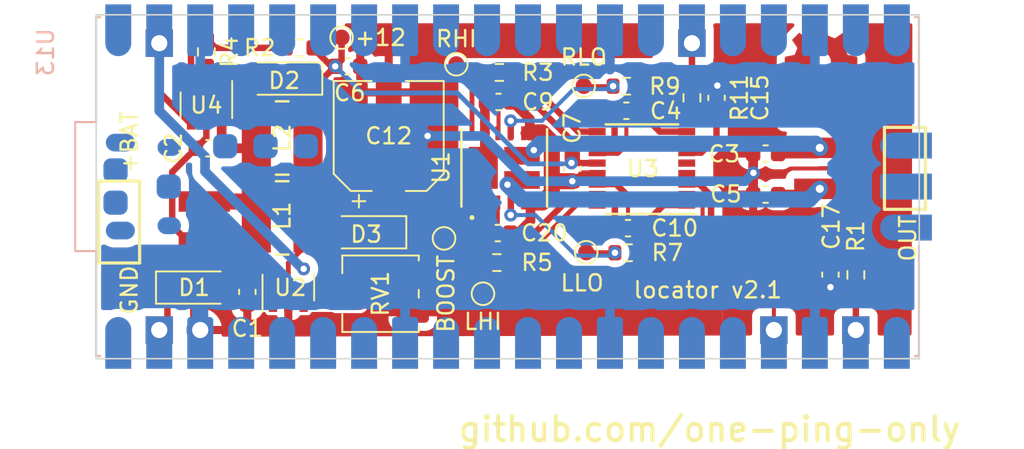
<source format=kicad_pcb>
(kicad_pcb (version 20221018) (generator pcbnew)
  (layers (0 "F.Cu" signal) (31 "B.Cu" signal) (34 "B.Paste" user) (35 "F.Paste" user) (36 "B.SilkS" user "B.Silkscreen") (37 "F.SilkS" user "F.Silkscreen") (38 "B.Mask" user) (39 "F.Mask" user) (44 "Edge.Cuts" user))
  (net 0 "")
  (net 1 "+12V")
  (net 2 "GND")
  (net 3 "+BATT")
  (net 4 "Net-(U3-AHB)")
  (net 5 "/amplifier/OUT_B")
  (net 6 "Net-(D3-A)")
  (net 7 "/amplifier/SIG_IN")
  (net 8 "/amplifier/L_LO")
  (net 9 "/amplifier/L_HI")
  (net 10 "/amplifier/R_HI")
  (net 11 "/amplifier/R_LO")
  (net 12 "/amplifier/~{SIG_IN}")
  (net 33 "Net-(U3-BHB)")
  (net 34 "Net-(U3-APWM)")
  (net 35 "Net-(U3-BPWM)")
  (net 41 "/amplifier/OUT_A")
  (net 42 "/amplifier/EN")
  (net 43 "Net-(D1-K)")
  (net 44 "Net-(U2-FB)")
  (net 45 "/power/EN")
  (net 47 "Net-(U3-AHO)")
  (net 48 "Net-(U3-BHO)")
  (net 49 "Net-(U3-BLO)")
  (net 50 "Net-(U3-ALO)")
  (net 55 "V_{boost}")
  (net 56 "Net-(D2-A)")
  (net 57 "Net-(U4-FB)")
  (footprint "TestPoint:TestPoint_Pad_D1.0mm" (layer "F.Cu") (at 140.081 70.866 180)
    (fp_text reference "TP7" hide)
    (fp_text value "RHI")
  )
  (footprint "TestPoint:TestPoint_Pad_D1.0mm" (layer "F.Cu") (at 148.1328 82.5217)
    (fp_text reference "TP4" hide)
    (fp_text value "LLO")
  )
  (footprint "Resistor_SMD:R_0603_1608Metric" (layer "F.Cu") (at 124.587 70.104 -90)
    (fp_text reference "R4")
    (fp_text value "5k")
  )
  (footprint "Capacitor_SMD:C_0603_1608Metric" (layer "F.Cu") (at 147.2692 77.3401 -90)
    (fp_text reference "C7")
    (fp_text value "10u")
  )
  (footprint "Package_SO:TSOP-5_1.65x3.05mm_P0.95mm" (layer "F.Cu") (at 129.667 84.709 90)
    (fp_text reference "U2")
    (fp_text value "MIC2288")
  )
  (footprint "Resistor_SMD:R_0603_1608Metric" (layer "F.Cu") (at 142.748 71.374)
    (fp_text reference "R3")
    (fp_text value "2k")
  )
  (footprint "Capacitor_SMD:C_0603_1608Metric" (layer "F.Cu") (at 163.2712 83.9086 -90)
    (fp_text reference "C17")
    (fp_text value "1.5n")
  )
  (footprint "Resistor_SMD:R_0603_1608Metric" (layer "F.Cu") (at 164.846 83.9216 -90)
    (fp_text reference "R1")
    (fp_text value "2k")
  )
  (footprint "TestPoint:TestPoint_Pad_D1.0mm" (layer "F.Cu") (at 141.732 85.09)
    (fp_text reference "TP2" hide)
    (fp_text value "LHI")
  )
  (footprint "Potentiometer_SMD:Potentiometer_Bourns_3314J_Vertical" (layer "F.Cu") (at 135.382 85.09 -90)
    (fp_text reference "RV1")
    (fp_text value "100k")
  )
  (footprint "Capacitor_SMD:C_0603_1608Metric" (layer "F.Cu") (at 124.714 76.073 180)
    (fp_text reference "C2")
    (fp_text value "C")
  )
  (footprint "Capacitor_SMD:C_0603_1608Metric" (layer "F.Cu") (at 133.35 70.993)
    (fp_text reference "C6")
    (fp_text value "10u")
  )
  (footprint "Capacitor_SMD:C_0603_1608Metric" (layer "F.Cu") (at 150.622 73.7494 180)
    (fp_text reference "C4")
    (fp_text value "10u")
  )
  (footprint "custom:V-DFN5045-12_DIO" (layer "F.Cu") (at 143.0528 77.2893 90)
    (fp_text reference "U1")
    (fp_text value "DMHT6016LFJ-13" hide)
  )
  (footprint "Capacitor_SMD:C_0603_1608Metric" (layer "F.Cu") (at 159.2548 76.4032 180)
    (fp_text reference "C3")
    (fp_text value "220n")
  )
  (footprint "Diode_SMD:D_SOD-123" (layer "F.Cu") (at 129.413 71.755 180)
    (fp_text reference "D2")
    (fp_text value "DSS16U")
  )
  (footprint "Package_SO:TSOP-5_1.65x3.05mm_P0.95mm" (layer "F.Cu") (at 124.587 73.406 -90)
    (fp_text reference "U4")
    (fp_text value "MIC2288")
  )
  (footprint "Capacitor_SMD:C_0603_1608Metric" (layer "F.Cu") (at 159.2548 78.9432 180)
    (fp_text reference "C5")
    (fp_text value "220n")
  )
  (footprint "Resistor_SMD:R_0603_1608Metric" (layer "F.Cu") (at 150.7358 82.55)
    (fp_text reference "R7")
    (fp_text value "2k")
  )
  (footprint "Symbol:OSHW-Logo_5.7x6mm_Copper" (layer "F.Cu") (at 162.687 71.501)
    (fp_text reference "J4" hide)
    (fp_text value "OSHW logo" hide)
  )
  (footprint "Connector_PinHeader_2.54mm:PinHeader_1x01_P2.54mm_Vertical" (layer "F.Cu") (at 154.686 69.56)
    (fp_text reference "J8" hide)
    (fp_text value "Conn_01x01" hide)
  )
  (footprint "Connector_PinHeader_2.54mm:PinHeader_1x01_P2.54mm_Vertical" (layer "F.Cu") (at 121.666 69.56 180)
    (fp_text reference "J6" hide)
    (fp_text value "Conn_01x01" hide)
  )
  (footprint "Connector_PinHeader_2.54mm:PinHeader_1x02_P2.54mm_Vertical" (layer "F.Cu") (at 121.666 87.34 90)
    (fp_text reference "J5" hide)
    (fp_text value "Conn_01x02" hide)
  )
  (footprint "Capacitor_SMD:CP_Elec_6.3x7.7" (layer "F.Cu") (at 135.89 75.311 90)
    (fp_text reference "C12")
    (fp_text value "C")
  )
  (footprint "Resistor_SMD:R_0603_1608Metric" (layer "F.Cu") (at 150.622 72.2254)
    (fp_text reference "R9")
    (fp_text value "2k")
  )
  (footprint "custom:IND_357100_WRE" (layer "F.Cu") (at 129.286 75.438)
    (fp_text reference "L2")
    (fp_text value "10u")
  )
  (footprint "Resistor_SMD:R_0603_1608Metric" (layer "F.Cu") (at 154.686 72.9488 90)
    (fp_text reference "R11")
    (fp_text value "2k")
  )
  (footprint "Capacitor_SMD:C_0603_1608Metric" (layer "F.Cu") (at 127.127 84.976 -90)
    (fp_text reference "C1")
    (fp_text value "C")
  )
  (footprint "TestPoint:TestPoint_Pad_D1.0mm" (layer "F.Cu") (at 132.969 69.215)
    (fp_text reference "+12")
    (fp_text value "+12" hide)
  )
  (footprint "Connector_PinHeader_2.54mm:PinHeader_1x01_P2.54mm_Vertical" (layer "F.Cu") (at 159.766 87.34)
    (fp_text reference "J3" hide)
    (fp_text value "Conn_01x01" hide)
  )
  (footprint "TestPoint:TestPoint_Pad_D1.0mm" (layer "F.Cu") (at 139.319 81.661)
    (fp_text reference "TP1" hide)
    (fp_text value "BOOST")
  )
  (footprint "Capacitor_SMD:C_0603_1608Metric" (layer "F.Cu") (at 150.7236 81.026 180)
    (fp_text reference "C10")
    (fp_text value "10u")
  )
  (footprint "Capacitor_SMD:C_0603_1608Metric" (layer "F.Cu") (at 142.652801 81.3308)
    (fp_text reference "C20")
    (fp_text value "10u" hide)
  )
  (footprint "custom:SAMTEC_TSM-102-01-L-SH" (layer "F.Cu") (at 167.8908 77.3176 -90)
    (fp_text reference "J1" hide)
    (fp_text value "Conn_01x02")
  )
  (footprint "Capacitor_SMD:C_0603_1608Metric" (layer "F.Cu") (at 156.21 72.9488 90)
    (fp_text reference "C15")
    (fp_text value "1.5n")
  )
  (footprint "Resistor_SMD:R_0603_1608Metric" (layer "F.Cu") (at 142.5956 83.1596)
    (fp_text reference "R5")
    (fp_text value "2k")
  )
  (footprint "custom:IND_357100_WRE" (layer "F.Cu") (at 129.286 80.391)
    (fp_text reference "L1")
    (fp_text value "10u")
  )
  (footprint "Diode_SMD:D_SOD-123" (layer "F.Cu") (at 134.62 81.28 180)
    (fp_text reference "D3")
    (fp_text value "DSS16U")
  )
  (footprint "Diode_SMD:D_SOD-123" (layer "F.Cu") (at 123.825 84.709)
    (fp_text reference "D1")
    (fp_text value "DSS16U")
  )
  (footprint "Package_SO:TSSOP-16-1EP_4.4x5mm_P0.65mm" (layer "F.Cu") (at 151.5872 77.3176 180)
    (fp_text reference "U3")
    (fp_text value "MIC4606")
  )
  (footprint "TestPoint:TestPoint_Pad_D1.0mm" (layer "F.Cu") (at 147.9804 72.2093)
    (fp_text reference "TP6" hide)
    (fp_text value "RLO")
  )
  (footprint "Connector_PinHeader_2.54mm:PinHeader_1x01_P2.54mm_Vertical" (layer "F.Cu") (at 164.846 87.34)
    (fp_text reference "J7" hide)
    (fp_text value "Conn_01x01" hide)
  )
  (footprint "Capacitor_SMD:C_0603_1608Metric" (layer "F.Cu") (at 142.6972 73.2028)
    (fp_text reference "C9")
    (fp_text value "10u" hide)
  )
  (footprint "custom:SAMTEC_TSM-102-01-L-SH" (layer "F.Cu") (at 119.18 80.645 90)
    (fp_text reference "J2" hide)
    (fp_text value "Conn_01x02")
  )
  (footprint "Resistor_SMD:R_0603_1608Metric" (layer "F.Cu") (at 130.365 69.85 180)
    (fp_text reference "R2")
    (fp_text value "42.3k")
  )
  (footprint "custom:RPi_pico" (layer "B.Cu") (at 143.256 78.448 -90)
    (fp_text reference "U13")
    (fp_text value "Pico")
  )
  (gr_rect (start 117.7616 67.8) (end 168.778 89.116) (stroke (width 0.1)) (fill none) (layer "Edge.Cuts"))
  (gr_text "github.com/one-ping-only" (at 140.081 94.361) (layer "F.SilkS") (effects (font (size 1.5 1.5) (thickness 0.25) bold) (justify left bottom)))
  (gr_text "+BAT" (at 120.396 77.724 90) (layer "F.SilkS") (effects (font (size 1 1)) (justify left bottom)))
  (gr_text "OUT" (at 168.656 83.185 90) (layer "F.SilkS") (effects (font (size 1 1)) (justify left bottom)))
  (gr_text "GND" (at 120.396 86.487 90) (layer "F.SilkS") (effects (font (size 1 1)) (justify left bottom)))
  (gr_text "locator v2.1" (at 150.9776 85.4456) (layer "F.SilkS") (effects (font (size 1 1)) (justify left bottom)))
  (segment (start 132.575 70.993) (end 132.333 70.993) (width 0.4) (layer "F.Cu") (net 1))
  (segment (start 147.2692 76.9337) (end 147.2184 76.9845) (width 0.25) (layer "F.Cu") (net 1))
  (segment (start 132.969 70.599) (end 132.575 70.993) (width 0.4) (layer "F.Cu") (net 1))
  (segment (start 132.333 70.993) (end 131.19 69.85) (width 0.4) (layer "F.Cu") (net 1))
  (segment (start 147.6967 76.9926) (end 148.8122 76.9926) (width 0.4) (layer "F.Cu") (net 1))
  (segment (start 132.969 69.215) (end 132.969 70.599) (width 0.4) (layer "F.Cu") (net 1))
  (segment (start 147.2692 76.5651) (end 147.6967 76.9926) (width 0.4) (layer "F.Cu") (net 1))
  (segment (start 131.063 71.755) (end 131.813 71.755) (width 0.4) (layer "F.Cu") (net 1))
  (segment (start 131.813 71.755) (end 132.575 70.993) (width 0.4) (layer "F.Cu") (net 1))
  (segment (start 147.2692 76.5651) (end 147.2692 76.9337) (width 0.25) (layer "F.Cu") (net 1))
  (via (at 147.2184 76.9845) (size 0.8) (drill 0.4) (layers "F.Cu" "B.Cu") (net 1))
  (via (at 132.575 70.993) (size 0.8) (drill 0.4) (layers "F.Cu" "B.Cu") (net 1))
  (segment (start 140.136324 72.644) (end 134.239 72.644) (width 0.3) (layer "B.Cu") (net 1))
  (segment (start 134.239 72.644) (end 132.588 70.993) (width 0.3) (layer "B.Cu") (net 1))
  (segment (start 147.163101 77.039799) (end 144.532123 77.039799) (width 0.3) (layer "B.Cu") (net 1))
  (segment (start 147.188102 77.014798) (end 147.163101 77.039799) (width 0.3) (layer "B.Cu") (net 1))
  (segment (start 144.532123 77.039799) (end 140.136324 72.644) (width 0.3) (layer "B.Cu") (net 1))
  (segment (start 147.2184 76.9845) (end 147.188102 77.014798) (width 0.25) (layer "B.Cu") (net 1))
  (segment (start 132.588 70.993) (end 132.575 70.993) (width 0.25) (layer "B.Cu") (net 1))
  (segment (start 158.4798 77.5808) (end 158.496 77.597) (width 0.6) (layer "F.Cu") (net 2))
  (segment (start 144.6784 80.5688) (end 143.9164 81.3308) (width 0.6) (layer "F.Cu") (net 2))
  (segment (start 144.2528 75.143) (end 145.052801 75.143) (width 0.4) (layer "F.Cu") (net 2))
  (segment (start 144.6784 79.4356) (end 144.6784 80.5688) (width 0.6) (layer "F.Cu") (net 2))
  (segment (start 144.2528 79.4356) (end 145.052799 79.4356) (width 0.4) (layer "F.Cu") (net 2))
  (segment (start 145.396998 75.089798) (end 144.6276 75.089798) (width 1) (layer "F.Cu") (net 2))
  (segment (start 122.47 80.88) (end 123.505 81.915) (width 0.4) (layer "F.Cu") (net 2))
  (segment (start 148.8122 77.6426) (end 147.8716 77.6426) (width 0.4) (layer "F.Cu") (net 2))
  (segment (start 144.6276 74.2566) (end 143.4722 73.1012) (width 0.6) (layer "F.Cu") (net 2))
  (segment (start 158.4798 77.6132) (end 158.4798 78.9432) (width 0.6) (layer "F.Cu") (net 2))
  (segment (start 123.505 81.915) (end 124.46 81.915) (width 0.4) (layer "F.Cu") (net 2))
  (segment (start 145.9992 78.8429) (end 145.4065 79.4356) (width 1) (layer "F.Cu") (net 2))
  (segment (start 145.9992 75.692) (end 145.9992 78.8429) (width 1) (layer "F.Cu") (net 2))
  (segment (start 145.9992 75.692) (end 145.396998 75.089798) (width 1) (layer "F.Cu") (net 2))
  (segment (start 158.4798 76.4032) (end 158.4798 77.5808) (width 0.6) (layer "F.Cu") (net 2))
  (segment (start 124.206 87.34) (end 124.079 87.213) (width 1) (layer "F.Cu") (net 2))
  (segment (start 122.47 77.542) (end 122.47 80.88) (width 0.4) (layer "F.Cu") (net 2))
  (segment (start 124.079 82.296) (end 124.46 81.915) (width 1) (layer "F.Cu") (net 2))
  (segment (start 147.8716 77.6426) (end 147.4724 78.0418) (width 0.4) (layer "F.Cu") (net 2))
  (segment (start 145.4065 79.4356) (end 144.6784 79.4356) (width 1) (layer "F.Cu") (net 2))
  (segment (start 123.939 76.073) (end 122.47 77.542) (width 0.4) (layer "F.Cu") (net 2))
  (segment (start 158.496 77.597) (end 158.4798 77.6132) (width 0.6) (layer "F.Cu") (net 2))
  (segment (start 144.6276 75.143) (end 144.6276 74.2566) (width 0.6) (layer "F.Cu") (net 2))
  (segment (start 129.667 86.614) (end 129.667 85.869) (width 0.4) (layer "F.Cu") (net 2))
  (segment (start 124.079 87.213) (end 124.079 82.296) (width 1) (layer "F.Cu") (net 2))
  (segment (start 134.125 70.993) (end 134.272 70.993) (width 0.6) (layer "F.Cu") (net 2))
  (segment (start 147.2692 78.1151) (end 146.4694 78.1151) (width 1) (layer "F.Cu") (net 2))
  (segment (start 124.587 72.246) (end 124.587 75.425) (width 0.4) (layer "F.Cu") (net 2))
  (segment (start 124.587 75.425) (end 123.939 76.073) (width 0.4) (layer "F.Cu") (net 2))
  (segment (start 124.587 70.929) (end 124.587 72.246) (width 0.4) (layer "F.Cu") (net 2))
  (segment (start 143.9164 81.3308) (end 143.427801 81.3308) (width 0.6) (layer "F.Cu") (net 2))
  (via (at 147.2692 78.1151) (size 0.8) (drill 0.4) (layers "F.Cu" "B.Cu") (net 2))
  (via (at 158.496 77.597) (size 0.8) (drill 0.4) (layers "F.Cu" "B.Cu") (net 2))
  (via (at 138.303 75.311) (size 0.8) (drill 0.4) (layers "F.Cu" "B.Cu") (net 2))
  (via (at 156.2608 72.1868) (size 0.8) (drill 0.4) (layers "F.Cu" "B.Cu") (net 2))
  (via (at 163.2712 84.6836) (size 0.8) (drill 0.4) (layers "F.Cu" "B.Cu") (net 2))
  (segment (start 149.6 69.348) (end 149.606 69.342) (width 0.4) (layer "B.Cu") (net 2))
  (segment (start 147.2692 78.1151) (end 157.9779 78.1151) (width 0.6) (layer "B.Cu") (net 2))
  (segment (start 124.206 71.374) (end 124.206 69.342) (width 0.6) (layer "B.Cu") (net 2))
  (segment (start 136.906 87.122) (end 136.906 85.506) (width 0.6) (layer "B.Cu") (net 2))
  (segment (start 162.306 87.122) (end 162.306 85.598) (width 0.6) (layer "B.Cu") (net 2))
  (segment (start 149.6 71.194) (end 149.6 69.348) (width 0.6) (layer "B.Cu") (net 2))
  (segment (start 136.906 69.342) (end 136.906 71.2) (width 0.6) (layer "B.Cu") (net 2))
  (segment (start 149.606 85.406) (end 149.6 85.4) (width 0.6) (layer "B.Cu") (net 2))
  (segment (start 124.206 85.344) (end 124.206 87.122) (width 1) (layer "B.Cu") (net 2))
  (segment (start 149.606 71.2) (end 149.6 71.194) (width 0.6) (layer "B.Cu") (net 2))
  (segment (start 157.9779 78.1151) (end 158.496 77.597) (width 0.6) (layer "B.Cu") (net 2))
  (segment (start 147.2692 78.1151) (end 144.5361 78.1151) (width 0.6) (layer "B.Cu") (net 2))
  (segment (start 144.5361 78.1151) (end 141.732 75.311) (width 0.6) (layer "B.Cu") (net 2))
  (segment (start 149.606 87.122) (end 149.606 85.406) (width 0.6) (layer "B.Cu") (net 2))
  (segment (start 162.306 69.342) (end 162.306 71.2) (width 0.6) (layer "B.Cu") (net 2))
  (segment (start 141.732 75.311) (end 138.303 75.311) (width 0.6) (layer "B.Cu") (net 2))
  (segment (start 128.016 84.201) (end 128.668 83.549) (width 0.6) (layer "F.Cu") (net 3))
  (segment (start 125.537 76.025) (end 125.489 76.073) (width 0.6) (layer "F.Cu") (net 3))
  (segment (start 124.46 79.375) (end 126.6698 79.375) (width 1) (layer "F.Cu") (net 3))
  (segment (start 127.0508 76.073) (end 127.6858 75.438) (width 0.6) (layer "F.Cu") (net 3))
  (segment (start 128.668 83.549) (end 128.717 83.549) (width 0.6) (layer "F.Cu") (net 3))
  (segment (start 127.127 84.201) (end 128.016 84.201) (width 0.6) (layer "F.Cu") (net 3))
  (segment (start 128.717 83.549) (end 127.6858 82.5178) (width 0.6) (layer "F.Cu") (net 3))
  (segment (start 127.6858 82.5178) (end 127.6858 80.391) (width 0.6) (layer "F.Cu") (net 3))
  (segment (start 125.537 74.566) (end 125.537 76.025) (width 0.6) (layer "F.Cu") (net 3))
  (segment (start 127.6858 75.438) (end 127.6858 80.391) (width 1) (layer "F.Cu") (net 3))
  (segment (start 125.475 84.709) (end 125.983 84.201) (width 0.6) (layer "F.Cu") (net 3))
  (segment (start 126.6698 79.375) (end 127.6858 80.391) (width 1) (layer "F.Cu") (net 3))
  (segment (start 125.983 84.201) (end 127.127 84.201) (width 0.6) (layer "F.Cu") (net 3))
  (segment (start 125.489 76.073) (end 127.0508 76.073) (width 0.6) (layer "F.Cu") (net 3))
  (segment (start 152.6902 75.0426) (end 151.397 73.7494) (width 0.4) (layer "F.Cu") (net 4))
  (segment (start 154.5146 75.0426) (end 152.6902 75.0426) (width 0.4) (layer "F.Cu") (net 4))
  (segment (start 149.8646 75.6926) (end 149.8896 75.6676) (width 0.4) (layer "F.Cu") (net 5))
  (segment (start 143.962318 72.3278) (end 144.3222 72.687682) (width 0.4) (layer "F.Cu") (net 5))
  (segment (start 142.6972 72.5932) (end 142.9626 72.3278) (width 0.4) (layer "F.Cu") (net 5))
  (segment (start 142.9626 72.3278) (end 143.962318 72.3278) (width 0.4) (layer "F.Cu") (net 5))
  (segment (start 142.6972 75.098601) (end 142.652801 75.143) (width 0.25) (layer "F.Cu") (net 5))
  (segment (start 160.0298 76.4032) (end 162.4298 76.4032) (width 0.6) (layer "F.Cu") (net 5))
  (segment (start 149.8896 75.6676) (end 149.8896 73.792) (width 0.4) (layer "F.Cu") (net 5))
  (segment (start 147.3206 75.6926) (end 149.8646 75.6926) (width 0.4) (layer "F.Cu") (net 5))
  (segment (start 144.3222 72.6942) (end 147.3206 75.6926) (width 0.4) (layer "F.Cu") (net 5))
  (segment (start 144.3222 72.687682) (end 144.3222 72.6942) (width 0.4) (layer "F.Cu") (net 5))
  (segment (start 142.6972 72.5932) (end 142.6972 75.098601) (width 0.25) (layer "F.Cu") (net 5))
  (segment (start 149.8896 73.792) (end 149.847 73.7494) (width 0.4) (layer "F.Cu") (net 5))
  (via (at 144.884204 76.189798) (size 0.8) (drill 0.4) (layers "F.Cu" "B.Cu") (net 5))
  (via (at 162.6108 76.0476) (size 1) (drill 0.5) (layers "F.Cu" "B.Cu") (net 5))
  (segment (start 162.6108 76.0476) (end 162.3568 75.7936) (width 1) (layer "B.Cu") (net 5))
  (segment (start 162.3568 75.7936) (end 145.280402 75.7936) (width 1) (layer "B.Cu") (net 5))
  (segment (start 145.280402 75.7936) (end 144.884204 76.189798) (width 1) (layer "B.Cu") (net 5))
  (segment (start 129.667 83.194) (end 130.8862 81.9748) (width 0.3) (layer "F.Cu") (net 6))
  (segment (start 128.717 85.869) (end 128.717 85.278) (width 0.3) (layer "F.Cu") (net 6))
  (segment (start 128.717 85.278) (end 129.667 84.328) (width 0.3) (layer "F.Cu") (net 6))
  (segment (start 129.667 84.328) (end 129.667 83.194) (width 0.3) (layer "F.Cu") (net 6))
  (segment (start 132.97 81.28) (end 131.7752 81.28) (width 1) (layer "F.Cu") (net 6))
  (segment (start 131.7752 81.28) (end 130.8862 80.391) (width 1) (layer "F.Cu") (net 6))
  (segment (start 130.8862 81.9748) (end 130.8862 80.391) (width 0.3) (layer "F.Cu") (net 6))
  (segment (start 164.846 87.34) (end 164.846 84.7466) (width 0.4) (layer "F.Cu") (net 7))
  (segment (start 143.4592 80.2132) (end 143.452799 80.206799) (width 0.4) (layer "F.Cu") (net 8))
  (segment (start 149.8825 82.5217) (end 149.9108 82.55) (width 0.25) (layer "F.Cu") (net 8))
  (segment (start 148.1328 82.5217) (end 149.8825 82.5217) (width 0.25) (layer "F.Cu") (net 8))
  (segment (start 143.4592 79.1) (end 143.4592 80.2132) (width 0.4) (layer "F.Cu") (net 8))
  (via (at 149.9108 82.55) (size 0.8) (drill 0.4) (layers "F.Cu" "B.Cu") (net 8))
  (via (at 143.452799 80.2132) (size 0.8) (drill 0.4) (layers "F.Cu" "B.Cu") (net 8))
  (segment (start 144.9832 80.2132) (end 147.5007 82.7307) (width 0.25) (layer "B.Cu") (net 8))
  (segment (start 147.5007 82.7307) (end 149.7301 82.7307) (width 0.25) (layer "B.Cu") (net 8))
  (segment (start 149.7301 82.7307) (end 149.9108 82.55) (width 0.25) (layer "B.Cu") (net 8))
  (segment (start 143.4592 80.2132) (end 144.9832 80.2132) (width 0.25) (layer "B.Cu") (net 8))
  (segment (start 141.7706 85.0514) (end 141.732 85.09) (width 0.25) (layer "F.Cu") (net 9))
  (segment (start 141.052799 79.4356) (end 141.052799 82.441799) (width 0.3) (layer "F.Cu") (net 9))
  (segment (start 141.7706 83.1596) (end 141.7706 85.0514) (width 0.25) (layer "F.Cu") (net 9))
  (segment (start 141.7706 83.1596) (end 141.7706 83.312) (width 0.3) (layer "F.Cu") (net 9))
  (segment (start 141.052799 82.441799) (end 141.7706 83.1596) (width 0.3) (layer "F.Cu") (net 9))
  (segment (start 141.052801 72.244199) (end 141.052801 75.143) (width 0.3) (layer "F.Cu") (net 10))
  (segment (start 140.081 71.272398) (end 140.081 70.866) (width 0.25) (layer "F.Cu") (net 10))
  (segment (start 141.052801 72.244199) (end 140.081 71.272398) (width 0.25) (layer "F.Cu") (net 10))
  (segment (start 141.052801 72.244199) (end 141.923 71.374) (width 0.3) (layer "F.Cu") (net 10))
  (segment (start 143.452799 74.3712) (end 143.452799 75.4) (width 0.4) (layer "F.Cu") (net 11))
  (segment (start 147.9965 72.2254) (end 147.9804 72.2093) (width 0.25) (layer "F.Cu") (net 11))
  (segment (start 149.797 72.2254) (end 147.9965 72.2254) (width 0.25) (layer "F.Cu") (net 11))
  (via (at 149.797 72.2254) (size 0.8) (drill 0.4) (layers "F.Cu" "B.Cu") (net 11))
  (via (at 143.452799 74.3712) (size 0.8) (drill 0.4) (layers "F.Cu" "B.Cu") (net 11))
  (segment (start 149.6163 72.4061) (end 149.797 72.2254) (width 0.25) (layer "B.Cu") (net 11))
  (segment (start 143.4592 74.3712) (end 145.3896 74.3712) (width 0.25) (layer "B.Cu") (net 11))
  (segment (start 147.3547 72.4061) (end 149.6163 72.4061) (width 0.25) (layer "B.Cu") (net 11))
  (segment (start 145.3896 74.3712) (end 147.3547 72.4061) (width 0.25) (layer "B.Cu") (net 11))
  (segment (start 154.686 72.1238) (end 154.686 69.1896) (width 0.4) (layer "F.Cu") (net 12))
  (segment (start 151.4986 81.026) (end 152.932 79.5926) (width 0.4) (layer "F.Cu") (net 33))
  (segment (start 152.932 79.5926) (end 154.5146 79.5926) (width 0.4) (layer "F.Cu") (net 33))
  (segment (start 154.736 73.7238) (end 154.686 73.7738) (width 0.4) (layer "F.Cu") (net 34))
  (segment (start 156.21 75.3948) (end 155.2622 76.3426) (width 0.4) (layer "F.Cu") (net 34))
  (segment (start 156.21 73.7238) (end 156.21 75.3948) (width 0.4) (layer "F.Cu") (net 34))
  (segment (start 155.2622 76.3426) (end 154.3622 76.3426) (width 0.4) (layer "F.Cu") (net 34))
  (segment (start 156.21 73.7238) (end 154.736 73.7238) (width 0.4) (layer "F.Cu") (net 34))
  (segment (start 163.2712 83.1336) (end 158.3684 83.1336) (width 0.4) (layer "F.Cu") (net 35))
  (segment (start 155.1467 78.2926) (end 154.3622 78.2926) (width 0.4) (layer "F.Cu") (net 35))
  (segment (start 158.3684 83.1336) (end 155.8714 80.6366) (width 0.4) (layer "F.Cu") (net 35))
  (segment (start 155.8714 80.6366) (end 155.8714 79.0173) (width 0.4) (layer "F.Cu") (net 35))
  (segment (start 155.8714 79.0173) (end 155.1467 78.2926) (width 0.4) (layer "F.Cu") (net 35))
  (segment (start 164.846 83.0966) (end 163.3082 83.0966) (width 0.4) (layer "F.Cu") (net 35))
  (segment (start 163.3082 83.0966) (end 163.2712 83.1336) (width 0.4) (layer "F.Cu") (net 35))
  (segment (start 142.9004 82.2452) (end 144.018 82.2452) (width 0.4) (layer "F.Cu") (net 41))
  (segment (start 147.2981 78.9651) (end 149.806034 78.9651) (width 0.4) (layer "F.Cu") (net 41))
  (segment (start 142.652801 81.997601) (end 142.9004 82.2452) (width 0.4) (layer "F.Cu") (net 41))
  (segment (start 162.2552 78.9432) (end 160.0298 78.9432) (width 0.6) (layer "F.Cu") (net 41))
  (segment (start 162.6108 78.5876) (end 162.2552 78.9432) (width 0.6) (layer "F.Cu") (net 41))
  (segment (start 149.9108 79.069866) (end 149.9108 80.9882) (width 0.4) (layer "F.Cu") (net 41))
  (segment (start 144.018 82.2452) (end 147.2981 78.9651) (width 0.4) (layer "F.Cu") (net 41))
  (segment (start 142.652801 81.997601) (end 142.652801 79.4356) (width 0.25) (layer "F.Cu") (net 41))
  (segment (start 149.806034 78.9651) (end 149.9108 79.069866) (width 0.4) (layer "F.Cu") (net 41))
  (via (at 162.6108 78.5876) (size 1) (drill 0.5) (layers "F.Cu" "B.Cu") (net 41))
  (via (at 143.252802 78.327494) (size 0.8) (drill 0.4) (layers "F.Cu" "B.Cu") (net 41))
  (segment (start 161.9504 79.248) (end 144.173308 79.248) (width 1) (layer "B.Cu") (net 41))
  (segment (start 144.173308 79.248) (end 143.252802 78.327494) (width 1) (layer "B.Cu") (net 41))
  (segment (start 162.6108 78.5876) (end 161.9504 79.248) (width 1) (layer "B.Cu") (net 41))
  (segment (start 155.3464 79.234762) (end 155.054238 78.9426) (width 0.25) (layer "F.Cu") (net 42))
  (segment (start 159.766 87.34) (end 159.766 85.344) (width 0.25) (layer "F.Cu") (net 42))
  (segment (start 155.054238 78.9426) (end 154.3622 78.9426) (width 0.25) (layer "F.Cu") (net 42))
  (segment (start 155.3464 80.9244) (end 155.3464 79.234762) (width 0.25) (layer "F.Cu") (net 42))
  (segment (start 159.766 85.344) (end 155.3464 80.9244) (width 0.25) (layer "F.Cu") (net 42))
  (segment (start 122.175 87.121) (end 122.175 84.709) (width 0.4) (layer "F.Cu") (net 43))
  (segment (start 121.666 87.249) (end 122.047 87.249) (width 0.4) (layer "F.Cu") (net 43))
  (segment (start 122.047 87.249) (end 122.175 87.121) (width 0.4) (layer "F.Cu") (net 43))
  (segment (start 130.617 85.869) (end 132.603 85.869) (width 0.3) (layer "F.Cu") (net 44))
  (segment (start 132.603 85.869) (end 133.382 85.09) (width 0.3) (layer "F.Cu") (net 44))
  (segment (start 121.666 72.595) (end 121.666 69.56) (width 0.4) (layer "F.Cu") (net 45))
  (segment (start 123.637 74.566) (end 121.666 72.595) (width 0.4) (layer "F.Cu") (net 45))
  (via (at 130.617 83.549) (size 0.8) (drill 0.4) (layers "F.Cu" "B.Cu") (net 45))
  (segment (start 130.556 83.566) (end 124.506 77.516) (width 0.6) (layer "B.Cu") (net 45))
  (segment (start 124.506 77.516) (end 124.506 76.593431) (width 0.6) (layer "B.Cu") (net 45))
  (segment (start 130.617 83.549) (end 130.573 83.549) (width 0.6) (layer "B.Cu") (net 45))
  (segment (start 124.506 76.593431) (end 121.666 73.753431) (width 0.6) (layer "B.Cu") (net 45))
  (segment (start 130.573 83.549) (end 130.556 83.566) (width 0.6) (layer "B.Cu") (net 45))
  (segment (start 121.666 73.753431) (end 121.666 69.56) (width 0.6) (layer "B.Cu") (net 45))
  (segment (start 143.573 71.374) (end 143.5222 71.3232) (width 0.4) (layer "F.Cu") (net 47))
  (segment (start 143.9672 71.374) (end 147.6358 75.0426) (width 0.4) (layer "F.Cu") (net 47))
  (segment (start 148.4994 75.0426) (end 148.8122 75.0426) (width 0.4) (layer "F.Cu") (net 47))
  (segment (start 143.573 71.374) (end 143.9672 71.374) (width 0.4) (layer "F.Cu") (net 47))
  (segment (start 147.6358 75.0426) (end 148.4994 75.0426) (width 0.4) (layer "F.Cu") (net 47))
  (segment (start 148.9646 75.0426) (end 148.4994 75.0426) (width 0.4) (layer "F.Cu") (net 47))
  (segment (start 148.9093 79.5926) (end 148.9646 79.5926) (width 0.3) (layer "F.Cu") (net 48))
  (segment (start 143.4206 83.1596) (end 143.9672 83.1596) (width 0.3) (layer "F.Cu") (net 48))
  (segment (start 143.9672 83.1596) (end 147.5342 79.5926) (width 0.3) (layer "F.Cu") (net 48))
  (segment (start 147.5342 79.5926) (end 148.3695 79.5926) (width 0.3) (layer "F.Cu") (net 48))
  (segment (start 150.7236 81.7128) (end 151.5608 82.55) (width 0.25) (layer "F.Cu") (net 49))
  (segment (start 150.7236 79.034138) (end 150.7236 81.7128) (width 0.25) (layer "F.Cu") (net 49))
  (segment (start 148.9646 78.2926) (end 149.982062 78.2926) (width 0.4) (layer "F.Cu") (net 49))
  (segment (start 149.982062 78.2926) (end 150.7236 79.034138) (width 0.4) (layer "F.Cu") (net 49))
  (segment (start 150.622 75.7936) (end 150.622 73.0504) (width 0.25) (layer "F.Cu") (net 50))
  (segment (start 150.622 73.0504) (end 151.447 72.2254) (width 0.25) (layer "F.Cu") (net 50))
  (segment (start 150.073 76.3426) (end 148.8122 76.3426) (width 0.4) (layer "F.Cu") (net 50))
  (segment (start 150.622 75.7936) (end 150.073 76.3426) (width 0.4) (layer "F.Cu") (net 50))
  (segment (start 141.8528 73.1706) (end 141.9222 73.1012) (width 0.6) (layer "F.Cu") (net 55))
  (segment (start 136.6117 77.2893) (end 135.89 78.011) (width 1) (layer "F.Cu") (net 55))
  (segment (start 141.8528 80.8474) (end 141.8266 80.8736) (width 0.4) (layer "F.Cu") (net 55))
  (segment (start 141.8528 77.3893) (end 141.7528 77.2893) (width 0.4) (layer "F.Cu") (net 55))
  (segment (start 139.319 81.661) (end 136.651 81.661) (width 0.4) (layer "F.Cu") (net 55))
  (segment (start 136.27 81.28) (end 136.27 82.828) (width 0.4) (layer "F.Cu") (net 55))
  (segment (start 141.8528 79.4356) (end 141.8528 80.8474) (width 0.6) (layer "F.Cu") (net 55))
  (segment (start 141.7528 77.2893) (end 136.6117 77.2893) (width 1) (layer "F.Cu") (net 55))
  (segment (start 136.651 81.661) (end 136.27 81.28) (width 0.4) (layer "F.Cu") (net 55))
  (segment (start 135.89 80.9) (end 136.27 81.28) (width 1) (layer "F.Cu") (net 55))
  (segment (start 135.89 78.011) (end 135.89 80.9) (width 1) (layer "F.Cu") (net 55))
  (segment (start 141.8528 75.143) (end 141.8528 73.1706) (width 0.6) (layer "F.Cu") (net 55))
  (segment (start 141.8528 77.1893) (end 141.7528 77.2893) (width 0.4) (layer "F.Cu") (net 55))
  (segment (start 136.27 82.828) (end 137.382 83.94) (width 0.4) (layer "F.Cu") (net 55))
  (segment (start 141.8528 75.143) (end 141.8528 77.1893) (width 0.6) (layer "F.Cu") (net 55))
  (segment (start 137.389 83.947) (end 137.382 83.94) (width 0.4) (layer "F.Cu") (net 55))
  (segment (start 141.8528 79.4356) (end 141.8528 77.3893) (width 0.6) (layer "F.Cu") (net 55))
  (segment (start 126.028 71.755) (end 125.537 72.246) (width 0.4) (layer "F.Cu") (net 56))
  (segment (start 130.8862 75.438) (end 130.8862 73.587892) (width 0.4) (layer "F.Cu") (net 56))
  (segment (start 130.8862 73.587892) (end 129.053308 71.755) (width 0.4) (layer "F.Cu") (net 56))
  (segment (start 127.763 71.755) (end 126.028 71.755) (width 0.4) (layer "F.Cu") (net 56))
  (segment (start 129.053308 71.755) (end 127.763 71.755) (width 0.4) (layer "F.Cu") (net 56))
  (segment (start 124.587 69.279) (end 123.637 70.229) (width 0.4) (layer "F.Cu") (net 57))
  (segment (start 125.158 69.85) (end 124.587 69.279) (width 0.4) (layer "F.Cu") (net 57))
  (segment (start 123.637 70.229) (end 123.637 72.246) (width 0.4) (layer "F.Cu") (net 57))
  (segment (start 129.54 69.85) (end 125.158 69.85) (width 0.4) (layer "F.Cu") (net 57))
  (zone (net 2) (net_name "GND") (layer "F.Cu") (priority 1) (connect_pads (clearance 0.5)) (min_thickness 0.25) (fill yes (thermal_gap 0.5) (thermal_bridge_width 0.5))
    (polygon (pts (xy 156.0068 68.326) (xy 156.0068 80.9244) (xy 156.527 80.9498) (xy 156.527 87.6808) (xy 168.3004 87.6808) (xy 168.3512 68.326)))
  )
  (zone (net 2) (net_name "GND") (layer "F.Cu") (priority 2) (connect_pads (clearance 0)) (min_thickness 0.25) (fill yes (thermal_gap 0.5) (thermal_bridge_width 0.5))
    (polygon (pts (xy 156.527 87.6808) (xy 123.698 87.757) (xy 123.698 85.471) (xy 156.591 85.471)))
  )
  (zone (net 2) (net_name "GND") (layer "F.Cu") (priority 3) (connect_pads (clearance 0)) (min_thickness 0.25) (fill yes (thermal_gap 0.5) (thermal_bridge_width 0.5))
    (polygon (pts (xy 132.461 80.137) (xy 140.208 80.137) (xy 140.208 70.485) (xy 152.273 70.485) (xy 152.273 68.326) (xy 132.461 68.326)))
  )
  (zone (net 0) (net_name "") (layer "B.Cu") (connect_pads (clearance 0)) (min_thickness 0.25)
    (keepout (tracks allowed) (vias allowed) (pads allowed) (copperpour not_allowed) (footprints allowed))
    (fill (thermal_gap 0.5) (thermal_bridge_width 0.5))
    (polygon (pts (xy 143.256 78.232) (xy 141.351 76.073) (xy 138.303 76.073) (xy 138.303 74.676) (xy 142.24 74.676) (xy 144.526 76.962)))
  )
  (zone (net 0) (net_name "") (layer "B.Cu") (connect_pads (clearance 0)) (min_thickness 0.25)
    (keepout (tracks allowed) (vias allowed) (pads allowed) (copperpour not_allowed) (footprints allowed))
    (fill (thermal_gap 0.5) (thermal_bridge_width 0.5))
    (polygon (pts (xy 117.856 74.93) (xy 131.826 74.93) (xy 131.826 76.962) (xy 123.317 76.962) (xy 123.317 82.042) (xy 117.856 82.042)))
  )
  (zone (net 0) (net_name "") (layer "B.Cu") (connect_pads (clearance 0)) (min_thickness 0.25)
    (keepout (tracks allowed) (vias allowed) (pads allowed) (copperpour not_allowed) (footprints allowed))
    (fill (thermal_gap 0.5) (thermal_bridge_width 0.5))
    (polygon (pts (xy 163.195 75.184) (xy 162.941 79.629) (xy 143.891 79.248) (xy 143.002 75.311)))
  )
  (zone (net 2) (net_name "GND") (layer "B.Cu") (connect_pads (clearance 0.5)) (min_thickness 0.25) (fill yes (thermal_gap 0.5) (thermal_bridge_width 0.5))
    (polygon (pts (xy 117.729 70.739) (xy 168.783 70.739) (xy 168.783 86.106) (xy 117.729 86.106)))
  )
)
</source>
